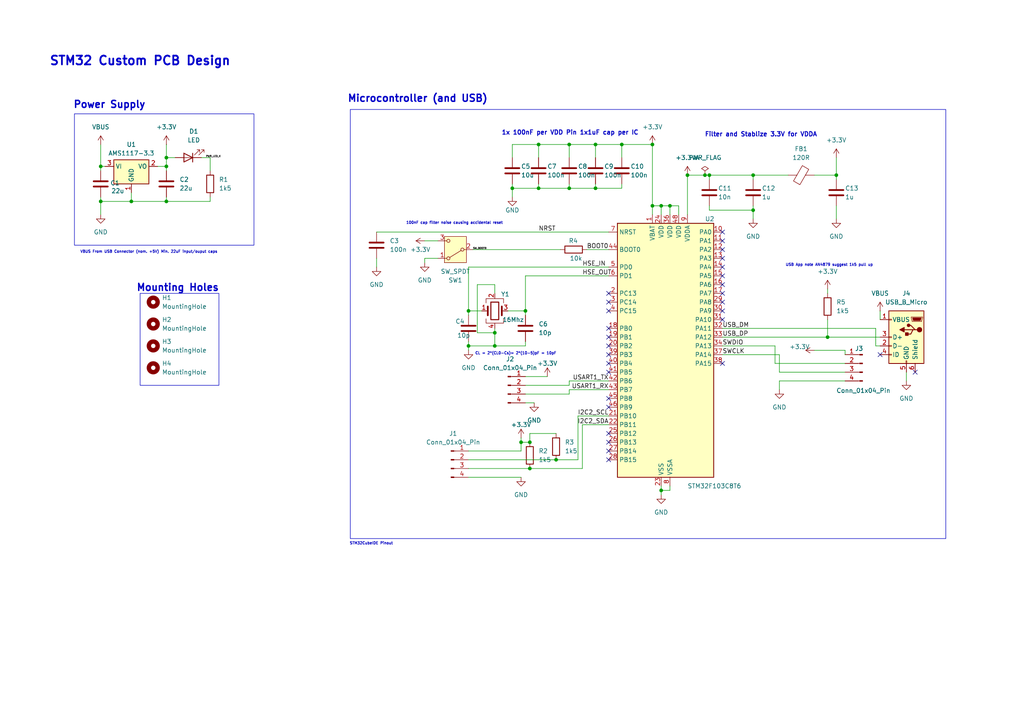
<source format=kicad_sch>
(kicad_sch (version 20231120) (generator "eeschema") (generator_version "8.0")
  (paper "A4")
  (title_block (title "STM32 Custom PCB Design") (date "2024-06-08") (rev "0.1") (company "Haoming's Lab"))
  (lib_symbols
    (symbol "+3.3V_1" (power) (pin_numbers hide) (pin_names (offset 0) hide)
      (property "Value" "+3.3V" (at 0 3.556 0))
      (symbol "+3.3V_1_0_1"
        (polyline (pts (xy -0.762 1.27) (xy 0 2.54)))
        (polyline (pts (xy 0 0) (xy 0 2.54)))
        (polyline (pts (xy 0 2.54) (xy 0.762 1.27)))
      )
      (symbol "+3.3V_1_1_1"
        (pin power_in line (at 0 0 90) (length 0) (name "~") (number "1"))
      )
    )
    (symbol "+3.3V_2" (power) (pin_numbers hide) (pin_names (offset 0) hide)
      (property "Value" "+3.3V" (at 0 3.556 0))
      (symbol "+3.3V_2_0_1"
        (polyline (pts (xy -0.762 1.27) (xy 0 2.54)))
        (polyline (pts (xy 0 0) (xy 0 2.54)))
        (polyline (pts (xy 0 2.54) (xy 0.762 1.27)))
      )
      (symbol "+3.3V_2_1_1"
        (pin power_in line (at 0 0 90) (length 0) (name "~") (number "1"))
      )
    )
    (symbol "Connector:Conn_01x04_Pin" (pin_names (offset 1.016) hide)
      (property "Reference" "J" (at 0 5.08 0))
      (property "Value" "Conn_01x04_Pin" (at 0 -7.62 0))
      (symbol "Conn_01x04_Pin_1_1"
        (polyline (pts (xy 1.27 -5.08) (xy 0.8636 -5.08)) (stroke (width 0.1524)))
        (polyline (pts (xy 1.27 -2.54) (xy 0.8636 -2.54)) (stroke (width 0.1524)))
        (polyline (pts (xy 1.27 0) (xy 0.8636 0)) (stroke (width 0.1524)))
        (polyline (pts (xy 1.27 2.54) (xy 0.8636 2.54)) (stroke (width 0.1524)))
        (rectangle (start 0.8636 -4.953) (end 0 -5.207) (stroke (width 0.1524)) (fill (type outline)))
        (rectangle (start 0.8636 -2.413) (end 0 -2.667) (stroke (width 0.1524)) (fill (type outline)))
        (rectangle (start 0.8636 0.127) (end 0 -0.127) (stroke (width 0.1524)) (fill (type outline)))
        (rectangle (start 0.8636 2.667) (end 0 2.413) (stroke (width 0.1524)) (fill (type outline)))
        (pin passive line (at 5.08 2.54 180) (length 3.81) (name "Pin_1") (number "1"))
        (pin passive line (at 5.08 0 180) (length 3.81) (name "Pin_2") (number "2"))
        (pin passive line (at 5.08 -2.54 180) (length 3.81) (name "Pin_3") (number "3"))
        (pin passive line (at 5.08 -5.08 180) (length 3.81) (name "Pin_4") (number "4"))
      )
    )
    (symbol "Connector:USB_B_Micro" (pin_names (offset 1.016))
      (property "Reference" "J" (at -5.08 11.43 0))
      (property "Value" "USB_B_Micro" (at -5.08 8.89 0))
      (symbol "USB_B_Micro_0_1"
        (rectangle (start -5.08 -7.62) (end 5.08 7.62) (stroke (width 0.254)) (fill (type background)))
        (circle (center -3.81 2.159) (radius 0.635) (stroke (width 0.254)) (fill (type outline)))
        (circle (center -0.635 3.429) (radius 0.381) (stroke (width 0.254)) (fill (type outline)))
        (rectangle (start -0.127 -7.62) (end 0.127 -6.858))
        (polyline (pts (xy -1.905 2.159) (xy 0.635 2.159)) (stroke (width 0.254)))
        (polyline (pts (xy -3.175 2.159) (xy -2.54 2.159) (xy -1.27 3.429) (xy -0.635 3.429)) (stroke (width 0.254)))
        (polyline (pts (xy -2.54 2.159) (xy -1.905 2.159) (xy -1.27 0.889) (xy 0 0.889)) (stroke (width 0.254)))
        (polyline (pts (xy 0.635 2.794) (xy 0.635 1.524) (xy 1.905 2.159) (xy 0.635 2.794)) (stroke (width 0.254)) (fill (type outline)))
        (polyline (pts (xy -4.318 5.588) (xy -1.778 5.588) (xy -2.032 4.826) (xy -4.064 4.826) (xy -4.318 5.588)) (fill (type outline)))
        (polyline (pts (xy -4.699 5.842) (xy -4.699 5.588) (xy -4.445 4.826) (xy -4.445 4.572) (xy -1.651 4.572) (xy -1.651 4.826) (xy -1.397 5.588) (xy -1.397 5.842) (xy -4.699 5.842)))
        (rectangle (start 0.254 1.27) (end -0.508 0.508) (stroke (width 0.254)) (fill (type outline)))
        (rectangle (start 5.08 -5.207) (end 4.318 -4.953))
        (rectangle (start 5.08 -2.667) (end 4.318 -2.413))
        (rectangle (start 5.08 -0.127) (end 4.318 0.127))
        (rectangle (start 5.08 4.953) (end 4.318 5.207))
      )
      (symbol "USB_B_Micro_1_1"
        (pin power_out line (at 7.62 5.08 180) (length 2.54) (name "VBUS") (number "1"))
        (pin bidirectional line (at 7.62 -2.54 180) (length 2.54) (name "D-") (number "2"))
        (pin bidirectional line (at 7.62 0 180) (length 2.54) (name "D+") (number "3"))
        (pin passive line (at 7.62 -5.08 180) (length 2.54) (name "ID") (number "4"))
        (pin power_out line (at 0 -10.16 90) (length 2.54) (name "GND") (number "5"))
        (pin passive line (at -2.54 -10.16 90) (length 2.54) (name "Shield") (number "6"))
      )
    )
    (symbol "Device:C" (pin_numbers hide) (pin_names (offset 0.254))
      (property "Reference" "C" (at 0.635 2.54 0))
      (property "Value" "C" (at 0.635 -2.54 0))
      (symbol "C_0_1"
        (polyline (pts (xy -2.032 -0.762) (xy 2.032 -0.762)) (stroke (width 0.508)))
        (polyline (pts (xy -2.032 0.762) (xy 2.032 0.762)) (stroke (width 0.508)))
      )
      (symbol "C_1_1"
        (pin passive line (at 0 3.81 270) (length 2.794) (name "~") (number "1"))
        (pin passive line (at 0 -3.81 90) (length 2.794) (name "~") (number "2"))
      )
    )
    (symbol "Device:Crystal_GND24" (pin_names (offset 1.016) hide)
      (property "Reference" "Y" (at 3.175 5.08 0))
      (property "Value" "Crystal_GND24" (at 3.175 3.175 0))
      (symbol "Crystal_GND24_0_1"
        (rectangle (start -1.143 2.54) (end 1.143 -2.54) (stroke (width 0.3048)))
        (polyline (pts (xy -2.54 0) (xy -2.032 0)))
        (polyline (pts (xy -2.032 -1.27) (xy -2.032 1.27)) (stroke (width 0.508)))
        (polyline (pts (xy 0 -3.81) (xy 0 -3.556)))
        (polyline (pts (xy 0 3.556) (xy 0 3.81)))
        (polyline (pts (xy 2.032 -1.27) (xy 2.032 1.27)) (stroke (width 0.508)))
        (polyline (pts (xy 2.032 0) (xy 2.54 0)))
        (polyline (pts (xy -2.54 -2.286) (xy -2.54 -3.556) (xy 2.54 -3.556) (xy 2.54 -2.286)))
        (polyline (pts (xy -2.54 2.286) (xy -2.54 3.556) (xy 2.54 3.556) (xy 2.54 2.286)))
      )
      (symbol "Crystal_GND24_1_1"
        (pin passive line (at -3.81 0 0) (length 1.27) (name "1") (number "1"))
        (pin passive line (at 0 5.08 270) (length 1.27) (name "2") (number "2"))
        (pin passive line (at 3.81 0 180) (length 1.27) (name "3") (number "3"))
        (pin passive line (at 0 -5.08 90) (length 1.27) (name "4") (number "4"))
      )
    )
    (symbol "Device:FerriteBead" (pin_numbers hide) (pin_names (offset 0))
      (property "Reference" "FB" (at -3.81 0.635 90))
      (property "Value" "FerriteBead" (at 3.81 0 90))
      (symbol "FerriteBead_0_1"
        (polyline (pts (xy 0 -1.27) (xy 0 -1.2192)))
        (polyline (pts (xy 0 1.27) (xy 0 1.2954)))
        (polyline (pts (xy -2.7686 0.4064) (xy -1.7018 2.2606) (xy 2.7686 -0.3048) (xy 1.6764 -2.159) (xy -2.7686 0.4064)))
      )
      (symbol "FerriteBead_1_1"
        (pin passive line (at 0 3.81 270) (length 2.54) (name "~") (number "1"))
        (pin passive line (at 0 -3.81 90) (length 2.54) (name "~") (number "2"))
      )
    )
    (symbol "Device:LED" (pin_numbers hide) (pin_names (offset 1.016) hide)
      (property "Reference" "D" (at 0 2.54 0))
      (property "Value" "LED" (at 0 -2.54 0))
      (symbol "LED_0_1"
        (polyline (pts (xy -1.27 -1.27) (xy -1.27 1.27)) (stroke (width 0.254)))
        (polyline (pts (xy -1.27 0) (xy 1.27 0)))
        (polyline (pts (xy 1.27 -1.27) (xy 1.27 1.27) (xy -1.27 0) (xy 1.27 -1.27)) (stroke (width 0.254)))
        (polyline (pts (xy -3.048 -0.762) (xy -4.572 -2.286) (xy -3.81 -2.286) (xy -4.572 -2.286) (xy -4.572 -1.524)))
        (polyline (pts (xy -1.778 -0.762) (xy -3.302 -2.286) (xy -2.54 -2.286) (xy -3.302 -2.286) (xy -3.302 -1.524)))
      )
      (symbol "LED_1_1"
        (pin passive line (at -3.81 0 0) (length 2.54) (name "K") (number "1"))
        (pin passive line (at 3.81 0 180) (length 2.54) (name "A") (number "2"))
      )
    )
    (symbol "Device:R" (pin_numbers hide) (pin_names (offset 0))
      (property "Reference" "R" (at 2.032 0 90))
      (property "Value" "R" (at 0 0 90))
      (symbol "R_0_1"
        (rectangle (start -1.016 -2.54) (end 1.016 2.54) (stroke (width 0.254)))
      )
      (symbol "R_1_1"
        (pin passive line (at 0 3.81 270) (length 1.27) (name "~") (number "1"))
        (pin passive line (at 0 -3.81 90) (length 1.27) (name "~") (number "2"))
      )
    )
    (symbol "MCU_ST_STM32F1:STM32F103C8Tx"
      (property "Reference" "U" (at -12.7 39.37 0))
      (property "Value" "STM32F103C8Tx" (at 10.16 39.37 0))
      (symbol "STM32F103C8Tx_0_1"
        (rectangle (start -12.7 -35.56) (end 15.24 38.1) (stroke (width 0.254)) (fill (type background)))
      )
      (symbol "STM32F103C8Tx_1_1"
        (pin power_in line (at -2.54 40.64 270) (length 2.54) (name "VBAT") (number "1"))
        (pin bidirectional line (at 17.78 35.56 180) (length 2.54) (name "PA0") (number "10"))
        (pin bidirectional line (at 17.78 33.02 180) (length 2.54) (name "PA1") (number "11"))
        (pin bidirectional line (at 17.78 30.48 180) (length 2.54) (name "PA2") (number "12"))
        (pin bidirectional line (at 17.78 27.94 180) (length 2.54) (name "PA3") (number "13"))
        (pin bidirectional line (at 17.78 25.4 180) (length 2.54) (name "PA4") (number "14"))
        (pin bidirectional line (at 17.78 22.86 180) (length 2.54) (name "PA5") (number "15"))
        (pin bidirectional line (at 17.78 20.32 180) (length 2.54) (name "PA6") (number "16"))
        (pin bidirectional line (at 17.78 17.78 180) (length 2.54) (name "PA7") (number "17"))
        (pin bidirectional line (at -15.24 7.62 0) (length 2.54) (name "PB0") (number "18"))
        (pin bidirectional line (at -15.24 5.08 0) (length 2.54) (name "PB1") (number "19"))
        (pin bidirectional line (at -15.24 17.78 0) (length 2.54) (name "PC13") (number "2"))
        (pin bidirectional line (at -15.24 2.54 0) (length 2.54) (name "PB2") (number "20"))
        (pin bidirectional line (at -15.24 -17.78 0) (length 2.54) (name "PB10") (number "21"))
        (pin bidirectional line (at -15.24 -20.32 0) (length 2.54) (name "PB11") (number "22"))
        (pin power_in line (at 0 -38.1 90) (length 2.54) (name "VSS") (number "23"))
        (pin power_in line (at 0 40.64 270) (length 2.54) (name "VDD") (number "24"))
        (pin bidirectional line (at -15.24 -22.86 0) (length 2.54) (name "PB12") (number "25"))
        (pin bidirectional line (at -15.24 -25.4 0) (length 2.54) (name "PB13") (number "26"))
        (pin bidirectional line (at -15.24 -27.94 0) (length 2.54) (name "PB14") (number "27"))
        (pin bidirectional line (at -15.24 -30.48 0) (length 2.54) (name "PB15") (number "28"))
        (pin bidirectional line (at 17.78 15.24 180) (length 2.54) (name "PA8") (number "29"))
        (pin bidirectional line (at -15.24 15.24 0) (length 2.54) (name "PC14") (number "3"))
        (pin bidirectional line (at 17.78 12.7 180) (length 2.54) (name "PA9") (number "30"))
        (pin bidirectional line (at 17.78 10.16 180) (length 2.54) (name "PA10") (number "31"))
        (pin bidirectional line (at 17.78 7.62 180) (length 2.54) (name "PA11") (number "32"))
        (pin bidirectional line (at 17.78 5.08 180) (length 2.54) (name "PA12") (number "33"))
        (pin bidirectional line (at 17.78 2.54 180) (length 2.54) (name "PA13") (number "34"))
        (pin passive line (at 0 -38.1 90) (length 2.54) hide (name "VSS") (number "35"))
        (pin power_in line (at 2.54 40.64 270) (length 2.54) (name "VDD") (number "36"))
        (pin bidirectional line (at 17.78 0 180) (length 2.54) (name "PA14") (number "37"))
        (pin bidirectional line (at 17.78 -2.54 180) (length 2.54) (name "PA15") (number "38"))
        (pin bidirectional line (at -15.24 0 0) (length 2.54) (name "PB3") (number "39"))
        (pin bidirectional line (at -15.24 12.7 0) (length 2.54) (name "PC15") (number "4"))
        (pin bidirectional line (at -15.24 -2.54 0) (length 2.54) (name "PB4") (number "40"))
        (pin bidirectional line (at -15.24 -5.08 0) (length 2.54) (name "PB5") (number "41"))
        (pin bidirectional line (at -15.24 -7.62 0) (length 2.54) (name "PB6") (number "42"))
        (pin bidirectional line (at -15.24 -10.16 0) (length 2.54) (name "PB7") (number "43"))
        (pin input line (at -15.24 30.48 0) (length 2.54) (name "BOOT0") (number "44"))
        (pin bidirectional line (at -15.24 -12.7 0) (length 2.54) (name "PB8") (number "45"))
        (pin bidirectional line (at -15.24 -15.24 0) (length 2.54) (name "PB9") (number "46"))
        (pin passive line (at 0 -38.1 90) (length 2.54) hide (name "VSS") (number "47"))
        (pin power_in line (at 5.08 40.64 270) (length 2.54) (name "VDD") (number "48"))
        (pin bidirectional line (at -15.24 25.4 0) (length 2.54) (name "PD0") (number "5"))
        (pin bidirectional line (at -15.24 22.86 0) (length 2.54) (name "PD1") (number "6"))
        (pin input line (at -15.24 35.56 0) (length 2.54) (name "NRST") (number "7"))
        (pin power_in line (at 2.54 -38.1 90) (length 2.54) (name "VSSA") (number "8"))
        (pin power_in line (at 7.62 40.64 270) (length 2.54) (name "VDDA") (number "9"))
      )
    )
    (symbol "Mechanical:MountingHole" (pin_names (offset 1.016)) (exclude_from_sim yes) (in_bom no)
      (property "Reference" "H" (at 0 5.08 0))
      (property "Value" "MountingHole" (at 0 3.175 0))
      (symbol "MountingHole_0_1"
        (circle (center 0 0) (radius 1.27) (stroke (width 1.27)))
      )
    )
    (symbol "Regulator_Linear:AMS1117-3.3"
      (property "Reference" "U" (at -3.81 3.175 0))
      (property "Value" "AMS1117-3.3" (at 0 3.175 0))
      (symbol "AMS1117-3.3_0_1"
        (rectangle (start -5.08 -5.08) (end 5.08 1.905) (stroke (width 0.254)) (fill (type background)))
      )
      (symbol "AMS1117-3.3_1_1"
        (pin power_in line (at 0 -7.62 90) (length 2.54) (name "GND") (number "1"))
        (pin power_out line (at 7.62 0 180) (length 2.54) (name "VO") (number "2"))
        (pin power_in line (at -7.62 0 0) (length 2.54) (name "VI") (number "3"))
      )
    )
    (symbol "Switch:SW_SPDT" (pin_names (offset 0) hide)
      (property "Reference" "SW" (at 0 5.08 0))
      (property "Value" "SW_SPDT" (at 0 -5.08 0))
      (symbol "SW_SPDT_0_1"
        (circle (center -2.032 0) (radius 0.4572))
        (polyline (pts (xy -1.651 0.254) (xy 1.651 2.286)))
        (circle (center 2.032 -2.54) (radius 0.4572))
        (circle (center 2.032 2.54) (radius 0.4572))
      )
      (symbol "SW_SPDT_1_1"
        (rectangle (start -3.175 3.81) (end 3.175 -3.81) (fill (type background)))
        (pin passive line (at 5.08 2.54 180) (length 2.54) (name "A") (number "1"))
        (pin passive line (at -5.08 0 0) (length 2.54) (name "B") (number "2"))
        (pin passive line (at 5.08 -2.54 180) (length 2.54) (name "C") (number "3"))
      )
    )
    (symbol "power:+3.3V" (power) (pin_names (offset 0))
      (property "Value" "+3.3V" (at 0 3.556 0))
      (symbol "+3.3V_0_1"
        (polyline (pts (xy -0.762 1.27) (xy 0 2.54)))
        (polyline (pts (xy 0 0) (xy 0 2.54)))
        (polyline (pts (xy 0 2.54) (xy 0.762 1.27)))
      )
      (symbol "+3.3V_1_1"
        (pin power_in line (at 0 0 90) (length 0) hide (name "+3.3V") (number "1"))
      )
    )
    (symbol "power:+3.3VA" (power) (pin_names (offset 0))
      (property "Value" "+3.3VA" (at 0 3.556 0))
      (symbol "+3.3VA_0_1"
        (polyline (pts (xy -0.762 1.27) (xy 0 2.54)))
        (polyline (pts (xy 0 0) (xy 0 2.54)))
        (polyline (pts (xy 0 2.54) (xy 0.762 1.27)))
      )
      (symbol "+3.3VA_1_1"
        (pin power_in line (at 0 0 90) (length 0) hide (name "+3.3VA") (number "1"))
      )
    )
    (symbol "power:GND" (power) (pin_names (offset 0))
      (property "Value" "GND" (at 0 -3.81 0))
      (symbol "GND_0_1"
        (polyline (pts (xy 0 0) (xy 0 -1.27) (xy 1.27 -1.27) (xy 0 -2.54) (xy -1.27 -1.27) (xy 0 -1.27)))
      )
      (symbol "GND_1_1"
        (pin power_in line (at 0 0 270) (length 0) hide (name "GND") (number "1"))
      )
    )
    (symbol "power:PWR_FLAG" (power) (pin_numbers hide) (pin_names (offset 0) hide)
      (property "Value" "PWR_FLAG" (at 0 3.81 0))
      (symbol "PWR_FLAG_0_0"
        (pin power_out line (at 0 0 90) (length 0) (name "~") (number "1"))
      )
      (symbol "PWR_FLAG_0_1"
        (polyline (pts (xy 0 0) (xy 0 1.27) (xy -1.016 1.905) (xy 0 2.54) (xy 1.016 1.905) (xy 0 1.27)))
      )
    )
    (symbol "power:VBUS" (power) (pin_numbers hide) (pin_names (offset 0) hide)
      (property "Value" "VBUS" (at 0 3.556 0))
      (symbol "VBUS_0_1"
        (polyline (pts (xy -0.762 1.27) (xy 0 2.54)))
        (polyline (pts (xy 0 0) (xy 0 2.54)))
        (polyline (pts (xy 0 2.54) (xy 0.762 1.27)))
      )
      (symbol "VBUS_1_1"
        (pin power_in line (at 0 0 90) (length 0) (name "~") (number "1"))
      )
    )
  )
  (junction (at 189.23 59.69))
  (junction (at 172.72 41.91))
  (junction (at 218.44 50.8))
  (junction (at 180.34 41.91))
  (junction (at 165.1 41.91))
  (junction (at 135.89 90.17))
  (junction (at 172.72 54.61))
  (junction (at 165.1 54.61))
  (junction (at 191.77 59.69))
  (junction (at 240.03 97.79))
  (junction (at 29.21 48.26))
  (junction (at 153.67 128.27))
  (junction (at 242.57 50.8))
  (junction (at 48.26 58.42))
  (junction (at 135.89 100.33))
  (junction (at 161.29 133.35))
  (junction (at 48.26 48.26))
  (junction (at 148.59 54.61))
  (junction (at 38.1 58.42))
  (junction (at 156.21 54.61))
  (junction (at 191.77 142.24))
  (junction (at 204.47 50.8))
  (junction (at 194.31 59.69))
  (junction (at 153.67 135.89))
  (junction (at 199.39 50.8))
  (junction (at 151.13 128.27))
  (junction (at 205.74 50.8))
  (junction (at 189.23 41.91))
  (junction (at 48.26 45.72))
  (junction (at 152.4 90.17))
  (junction (at 156.21 41.91))
  (junction (at 218.44 60.96))
  (junction (at 143.51 96.52))
  (junction (at 143.51 100.33))
  (junction (at 29.21 58.42))
  (no_connect (at 209.55 80.01))
  (no_connect (at 176.53 90.17))
  (no_connect (at 176.53 115.57))
  (no_connect (at 176.53 105.41))
  (no_connect (at 176.53 85.09))
  (no_connect (at 176.53 97.79))
  (no_connect (at 209.55 67.31))
  (no_connect (at 176.53 128.27))
  (no_connect (at 265.43 107.95))
  (no_connect (at 209.55 92.71))
  (no_connect (at 209.55 69.85))
  (no_connect (at 209.55 85.09))
  (no_connect (at 209.55 105.41))
  (no_connect (at 209.55 77.47))
  (no_connect (at 176.53 130.81))
  (no_connect (at 176.53 102.87))
  (no_connect (at 209.55 90.17))
  (no_connect (at 176.53 133.35))
  (no_connect (at 176.53 107.95))
  (no_connect (at 176.53 125.73))
  (no_connect (at 255.27 102.87))
  (no_connect (at 209.55 72.39))
  (no_connect (at 176.53 95.25))
  (no_connect (at 176.53 87.63))
  (no_connect (at 209.55 82.55))
  (no_connect (at 209.55 74.93))
  (no_connect (at 176.53 100.33))
  (no_connect (at 176.53 118.11))
  (no_connect (at 209.55 87.63))
  (wire (pts (xy 48.26 57.15) (xy 48.26 58.42)))
  (wire (pts (xy 191.77 59.69) (xy 191.77 62.23)))
  (wire (pts (xy 245.11 102.87) (xy 245.11 101.6)))
  (wire (pts (xy 137.16 72.39) (xy 162.56 72.39)))
  (wire (pts (xy 226.06 113.03) (xy 226.06 110.49)))
  (wire (pts (xy 226.06 107.95) (xy 245.11 107.95)))
  (wire (pts (xy 58.42 45.72) (xy 60.96 45.72)))
  (wire (pts (xy 196.85 59.69) (xy 196.85 62.23)))
  (wire (pts (xy 152.4 111.76) (xy 165.1 111.76)))
  (wire (pts (xy 172.72 53.34) (xy 172.72 54.61)))
  (wire (pts (xy 165.1 110.49) (xy 176.53 110.49)))
  (wire (pts (xy 152.4 116.84) (xy 154.94 116.84)))
  (wire (pts (xy 153.67 135.89) (xy 168.91 135.89)))
  (wire (pts (xy 205.74 60.96) (xy 218.44 60.96)))
  (wire (pts (xy 156.21 41.91) (xy 156.21 45.72)))
  (wire (pts (xy 152.4 114.3) (xy 165.1 114.3)))
  (wire (pts (xy 191.77 140.97) (xy 191.77 142.24)))
  (wire (pts (xy 29.21 41.91) (xy 29.21 48.26)))
  (wire (pts (xy 138.43 96.52) (xy 143.51 96.52)))
  (wire (pts (xy 148.59 41.91) (xy 156.21 41.91)))
  (wire (pts (xy 242.57 50.8) (xy 242.57 52.07)))
  (wire (pts (xy 60.96 45.72) (xy 60.96 49.53)))
  (wire (pts (xy 240.03 85.09) (xy 240.03 83.82)))
  (wire (pts (xy 148.59 54.61) (xy 148.59 57.15)))
  (wire (pts (xy 172.72 54.61) (xy 180.34 54.61)))
  (wire (pts (xy 242.57 59.69) (xy 242.57 63.5)))
  (wire (pts (xy 194.31 142.24) (xy 191.77 142.24)))
  (wire (pts (xy 29.21 58.42) (xy 38.1 58.42)))
  (wire (pts (xy 240.03 97.79) (xy 255.27 97.79)))
  (wire (pts (xy 147.32 90.17) (xy 152.4 90.17)))
  (wire (pts (xy 161.29 133.35) (xy 167.64 133.35)))
  (wire (pts (xy 172.72 41.91) (xy 180.34 41.91)))
  (wire (pts (xy 60.96 58.42) (xy 60.96 57.15)))
  (wire (pts (xy 135.89 90.17) (xy 135.89 91.44)))
  (wire (pts (xy 135.89 77.47) (xy 135.89 90.17)))
  (wire (pts (xy 165.1 113.03) (xy 176.53 113.03)))
  (wire (pts (xy 189.23 59.69) (xy 191.77 59.69)))
  (wire (pts (xy 152.4 91.44) (xy 152.4 90.17)))
  (wire (pts (xy 191.77 142.24) (xy 191.77 143.51)))
  (wire (pts (xy 191.77 59.69) (xy 194.31 59.69)))
  (wire (pts (xy 123.19 74.93) (xy 127 74.93)))
  (wire (pts (xy 135.89 101.6) (xy 135.89 100.33)))
  (wire (pts (xy 209.55 97.79) (xy 240.03 97.79)))
  (wire (pts (xy 38.1 58.42) (xy 48.26 58.42)))
  (wire (pts (xy 151.13 128.27) (xy 151.13 127)))
  (wire (pts (xy 153.67 125.73) (xy 161.29 125.73)))
  (wire (pts (xy 165.1 53.34) (xy 165.1 54.61)))
  (wire (pts (xy 143.51 82.55) (xy 138.43 82.55)))
  (wire (pts (xy 236.22 50.8) (xy 242.57 50.8)))
  (wire (pts (xy 29.21 48.26) (xy 29.21 49.53)))
  (wire (pts (xy 209.55 100.33) (xy 224.79 100.33)))
  (wire (pts (xy 148.59 53.34) (xy 148.59 54.61)))
  (wire (pts (xy 180.34 41.91) (xy 189.23 41.91)))
  (wire (pts (xy 165.1 113.03) (xy 165.1 114.3)))
  (wire (pts (xy 48.26 58.42) (xy 60.96 58.42)))
  (wire (pts (xy 165.1 41.91) (xy 165.1 45.72)))
  (wire (pts (xy 254 95.25) (xy 254 100.33)))
  (wire (pts (xy 48.26 45.72) (xy 50.8 45.72)))
  (wire (pts (xy 165.1 110.49) (xy 165.1 111.76)))
  (wire (pts (xy 148.59 45.72) (xy 148.59 41.91)))
  (wire (pts (xy 240.03 92.71) (xy 240.03 97.79)))
  (wire (pts (xy 209.55 95.25) (xy 254 95.25)))
  (wire (pts (xy 165.1 54.61) (xy 172.72 54.61)))
  (wire (pts (xy 138.43 82.55) (xy 138.43 96.52)))
  (wire (pts (xy 170.18 72.39) (xy 176.53 72.39)))
  (wire (pts (xy 135.89 135.89) (xy 153.67 135.89)))
  (wire (pts (xy 224.79 100.33) (xy 224.79 105.41)))
  (wire (pts (xy 135.89 133.35) (xy 161.29 133.35)))
  (wire (pts (xy 152.4 80.01) (xy 176.53 80.01)))
  (wire (pts (xy 189.23 62.23) (xy 189.23 59.69)))
  (wire (pts (xy 199.39 50.8) (xy 204.47 50.8)))
  (wire (pts (xy 135.89 138.43) (xy 151.13 138.43)))
  (wire (pts (xy 109.22 74.93) (xy 109.22 77.47)))
  (wire (pts (xy 38.1 58.42) (xy 38.1 55.88)))
  (wire (pts (xy 143.51 100.33) (xy 152.4 100.33)))
  (wire (pts (xy 218.44 50.8) (xy 218.44 52.07)))
  (wire (pts (xy 143.51 96.52) (xy 143.51 95.25)))
  (wire (pts (xy 167.64 120.65) (xy 176.53 120.65)))
  (wire (pts (xy 153.67 125.73) (xy 153.67 128.27)))
  (wire (pts (xy 135.89 77.47) (xy 176.53 77.47)))
  (wire (pts (xy 172.72 41.91) (xy 172.72 45.72)))
  (wire (pts (xy 205.74 59.69) (xy 205.74 60.96)))
  (wire (pts (xy 204.47 50.8) (xy 205.74 50.8)))
  (wire (pts (xy 123.19 69.85) (xy 127 69.85)))
  (wire (pts (xy 255.27 90.17) (xy 255.27 92.71)))
  (wire (pts (xy 135.89 100.33) (xy 143.51 100.33)))
  (wire (pts (xy 165.1 41.91) (xy 172.72 41.91)))
  (wire (pts (xy 48.26 48.26) (xy 45.72 48.26)))
  (wire (pts (xy 194.31 59.69) (xy 194.31 62.23)))
  (wire (pts (xy 135.89 100.33) (xy 135.89 99.06)))
  (wire (pts (xy 168.91 123.19) (xy 176.53 123.19)))
  (wire (pts (xy 123.19 76.2) (xy 123.19 74.93)))
  (wire (pts (xy 226.06 102.87) (xy 226.06 107.95)))
  (wire (pts (xy 209.55 102.87) (xy 226.06 102.87)))
  (wire (pts (xy 189.23 41.91) (xy 189.23 59.69)))
  (wire (pts (xy 151.13 130.81) (xy 151.13 128.27)))
  (wire (pts (xy 156.21 54.61) (xy 165.1 54.61)))
  (wire (pts (xy 180.34 54.61) (xy 180.34 53.34)))
  (wire (pts (xy 48.26 41.91) (xy 48.26 45.72)))
  (wire (pts (xy 262.89 107.95) (xy 262.89 110.49)))
  (wire (pts (xy 194.31 59.69) (xy 196.85 59.69)))
  (wire (pts (xy 29.21 57.15) (xy 29.21 58.42)))
  (wire (pts (xy 205.74 50.8) (xy 205.74 52.07)))
  (wire (pts (xy 148.59 54.61) (xy 156.21 54.61)))
  (wire (pts (xy 218.44 50.8) (xy 228.6 50.8)))
  (wire (pts (xy 194.31 140.97) (xy 194.31 142.24)))
  (wire (pts (xy 109.22 67.31) (xy 176.53 67.31)))
  (wire (pts (xy 143.51 96.52) (xy 143.51 100.33)))
  (wire (pts (xy 143.51 85.09) (xy 143.51 82.55)))
  (wire (pts (xy 168.91 135.89) (xy 168.91 123.19)))
  (wire (pts (xy 151.13 128.27) (xy 153.67 128.27)))
  (wire (pts (xy 152.4 109.22) (xy 158.75 109.22)))
  (wire (pts (xy 224.79 105.41) (xy 245.11 105.41)))
  (wire (pts (xy 29.21 48.26) (xy 30.48 48.26)))
  (wire (pts (xy 152.4 90.17) (xy 152.4 80.01)))
  (wire (pts (xy 254 100.33) (xy 255.27 100.33)))
  (wire (pts (xy 199.39 50.8) (xy 199.39 62.23)))
  (wire (pts (xy 167.64 133.35) (xy 167.64 120.65)))
  (wire (pts (xy 29.21 58.42) (xy 29.21 62.23)))
  (wire (pts (xy 48.26 45.72) (xy 48.26 48.26)))
  (wire (pts (xy 156.21 41.91) (xy 165.1 41.91)))
  (wire (pts (xy 156.21 54.61) (xy 156.21 53.34)))
  (wire (pts (xy 180.34 41.91) (xy 180.34 45.72)))
  (wire (pts (xy 218.44 59.69) (xy 218.44 60.96)))
  (wire (pts (xy 48.26 48.26) (xy 48.26 49.53)))
  (wire (pts (xy 242.57 45.72) (xy 242.57 50.8)))
  (wire (pts (xy 218.44 60.96) (xy 218.44 63.5)))
  (wire (pts (xy 151.13 130.81) (xy 135.89 130.81)))
  (wire (pts (xy 245.11 101.6) (xy 236.22 101.6)))
  (wire (pts (xy 226.06 110.49) (xy 245.11 110.49)))
  (wire (pts (xy 205.74 50.8) (xy 218.44 50.8)))
  (wire (pts (xy 135.89 90.17) (xy 139.7 90.17)))
  (wire (pts (xy 152.4 99.06) (xy 152.4 100.33)))
  (rectangle (start 21.59 33.02) (end 73.66 71.12))
  (rectangle (start 40.64 85.09) (end 63.5 111.76))
  (rectangle (start 101.6 31.75) (end 274.32 156.21))
  (text "Mounting Holes\n" (at 51.562 83.566 0) (effects (font (size 2.032 2.032) (thickness 0.4064) (bold yes))))
  (text "Power Supply" (at 31.75 30.48 0) (effects (font (size 2.032 2.032) (thickness 0.4064) (bold yes))))
  (text "Filter and Stablize 3.3V for VDDA" (at 220.726 39.116 0) (effects (font (size 1.27 1.27) (bold yes))))
  (text "USB App note AN4879 suggest 1k5 pull up\n" (at 240.538 76.962 0) (effects (font (size 0.762 0.762) (bold yes))))
  (text "100nF cap filter noise causing accidental reset\n" (at 131.826 64.77 0) (effects (font (size 0.762 0.762) (bold yes))))
  (text "STM32CubeIDE Pinout\n" (at 107.696 157.734 0) (effects (font (size 0.762 0.762) (bold yes))))
  (text "CL = 2*(CL0-Cs)= 2*(10-5)pF = 10pF" (at 149.606 102.616 0) (effects (font (size 0.762 0.762) (bold yes))))
  (text "STM32 Custom PCB Design" (at 40.64 17.78 0) (effects (font (size 2.54 2.54) (bold yes))))
  (text "VBUS From USB Connector (nom. +5V) Min. 22uF input/ouput caps" (at 43.18 73.152 0) (effects (font (size 0.762 0.762) (bold yes))))
  (text "1x 100nF per VDD Pin 1x1uF cap per IC\n" (at 165.354 38.608 0) (effects (font (size 1.27 1.27) (bold yes))))
  (text "Microcontroller (and USB)\n" (at 121.158 28.702 0) (effects (font (size 2.032 2.032) (thickness 0.4064) (bold yes))))
  (label "USART1_RX" (at 176.53 113.03 180))
  (label "SWCLK" (at 209.55 102.87 0))
  (label "I2C2_SDA" (at 176.53 123.19 180))
  (label "USART1_TX" (at 176.53 110.49 180))
  (label "BOOT0" (at 170.18 72.39 0))
  (label "USB_DP" (at 209.55 97.79 0))
  (label "HSE_IN" (at 168.91 77.47 0))
  (label "USB_DM" (at 209.55 95.25 0))
  (label "PWR_LED_K" (at 59.69 45.72 0) (effects (font (size 0.508 0.508))))
  (label "SW_BOOT0" (at 137.16 72.39 0) (effects (font (size 0.5 0.5))))
  (label "I2C2_SCL" (at 176.53 120.65 180))
  (label "NRST" (at 156.21 67.31 0))
  (label "HSE_OUT" (at 168.91 80.01 0))
  (label "SWDIO" (at 209.55 100.33 0))
  (symbol (lib_id "power:GND") (at 109.22 77.47 0) (unit 1)
    (property "Reference" "#PWR04" (effects (hide yes)))
    (property "Value" "GND" (at 109.22 82.55 0))
  )
  (symbol (lib_id "Switch:SW_SPDT") (at 132.08 72.39 180) (unit 1)
    (property "Reference" "SW1" (at 132.08 81.28 0))
    (property "Value" "SW_SPDT" (at 132.08 78.74 0))
    (property "Footprint" "Button_Switch_SMD:SW_SPDT_PCM12" (effects (hide yes)))
  )
  (symbol (lib_id "power:GND") (at 29.21 62.23 0) (unit 1)
    (property "Reference" "#PWR02" (effects (hide yes)))
    (property "Value" "GND" (at 29.21 67.31 0))
  )
  (symbol (lib_id "power:GND") (at 262.89 110.49 0) (unit 1)
    (property "Reference" "#PWR023" (effects (hide yes)))
    (property "Value" "GND" (at 262.89 115.57 0))
  )
  (symbol (lib_id "Device:R") (at 240.03 88.9 0) (unit 1)
    (property "Reference" "R5" (at 242.57 87.6299 0) (effects (justify left)))
    (property "Value" "1k5" (at 242.57 90.1699 0) (effects (justify left)))
    (property "Footprint" "Resistor_SMD:R_0402_1005Metric" (effects (hide yes)))
    (property "Description" "Resistor" (effects (hide yes)))
  )
  (symbol (lib_id "Mechanical:MountingHole") (at 44.45 100.33 0) (unit 1) (exclude_from_sim yes) (in_bom no)
    (property "Reference" "H3" (at 46.99 99.0599 0) (effects (justify left)))
    (property "Value" "MountingHole" (at 46.99 101.5999 0) (effects (justify left)))
    (property "Footprint" "MountingHole:MountingHole_2.2mm_M2" (effects (hide yes)))
    (property "Description" "Mounting Hole without connection" (effects (hide yes)))
  )
  (symbol (lib_id "power:+3.3V") (at 189.23 41.91 0) (unit 1)
    (property "Reference" "#PWR013" (effects (hide yes)))
    (property "Value" "+3.3V" (at 189.23 36.83 0))
  )
  (symbol (lib_id "Device:C") (at 156.21 49.53 0) (unit 1)
    (property "Reference" "C7" (at 158.75 48.26 0) (effects (justify left)))
    (property "Value" "100n" (at 158.75 50.8 0) (effects (justify left)))
    (property "Footprint" "Capacitor_SMD:C_0402_1005Metric" (effects (hide yes)))
  )
  (symbol (lib_id "Device:Crystal_GND24") (at 143.51 90.17 0) (unit 1)
    (property "Reference" "Y1" (at 146.558 85.344 0))
    (property "Value" "16Mhz" (at 148.844 92.71 0))
    (property "Footprint" "Crystal:Crystal_SMD_3225-4Pin_3.2x2.5mm" (effects (hide yes)))
    (property "Description" "Four pin crystal, GND on pins 2 and 4" (effects (hide yes)))
  )
  (symbol (lib_id "Device:C") (at 242.57 55.88 0) (unit 1)
    (property "Reference" "C13" (at 245.11 54.61 0) (effects (justify left)))
    (property "Value" "1u" (at 245.11 57.15 0) (effects (justify left)))
    (property "Footprint" "Capacitor_SMD:C_0402_1005Metric" (effects (hide yes)))
  )
  (symbol (lib_name "+3.3V_2") (lib_id "power:+3.3V") (at 48.26 41.91 0) (unit 1)
    (property "Reference" "#PWR03" (effects (hide yes)))
    (property "Value" "+3.3V" (at 48.26 36.83 0))
    (property "Description" "Power symbol creates a global label with name \"+3.3V\"" (effects (hide yes)))
  )
  (symbol (lib_id "Device:C") (at 218.44 55.88 0) (unit 1)
    (property "Reference" "C12" (at 220.98 54.61 0) (effects (justify left)))
    (property "Value" "1u" (at 220.98 57.15 0) (effects (justify left)))
    (property "Footprint" "Capacitor_SMD:C_0402_1005Metric" (effects (hide yes)))
  )
  (symbol (lib_id "power:VBUS") (at 255.27 90.17 0) (unit 1)
    (property "Reference" "#PWR022" (effects (hide yes)))
    (property "Value" "VBUS" (at 255.27 85.09 0))
    (property "Description" "Power symbol creates a global label with name \"VBUS\"" (effects (hide yes)))
  )
  (symbol (lib_id "Device:LED") (at 54.61 45.72 180) (unit 1)
    (property "Reference" "D1" (at 56.1975 38.1 0))
    (property "Value" "LED" (at 56.1975 40.64 0))
    (property "Footprint" "LED_SMD:LED_0603_1608Metric" (effects (hide yes)))
    (property "Description" "Light emitting diode" (effects (hide yes)))
  )
  (symbol (lib_id "power:PWR_FLAG") (at 204.47 50.8 0) (unit 1)
    (property "Reference" "#FLG01" (effects (hide yes)))
    (property "Value" "PWR_FLAG" (at 204.47 45.72 0))
    (property "Description" "Special symbol for telling ERC where power comes from" (effects (hide yes)))
  )
  (symbol (lib_id "Mechanical:MountingHole") (at 44.45 93.98 0) (unit 1) (exclude_from_sim yes) (in_bom no)
    (property "Reference" "H2" (at 46.99 92.7099 0) (effects (justify left)))
    (property "Value" "MountingHole" (at 46.99 95.2499 0) (effects (justify left)))
    (property "Footprint" "MountingHole:MountingHole_2.2mm_M2" (effects (hide yes)))
    (property "Description" "Mounting Hole without connection" (effects (hide yes)))
  )
  (symbol (lib_id "Device:C") (at 135.89 95.25 0) (unit 1)
    (property "Reference" "C4" (at 132.08 93.218 0) (effects (justify left)))
    (property "Value" "10p" (at 132.588 97.282 0) (effects (justify left)))
    (property "Footprint" "Capacitor_SMD:C_0402_1005Metric" (effects (hide yes)))
    (property "Description" "Unpolarized capacitor" (effects (hide yes)))
  )
  (symbol (lib_id "Mechanical:MountingHole") (at 44.45 87.63 0) (unit 1) (exclude_from_sim yes) (in_bom no)
    (property "Reference" "H1" (at 46.99 86.3599 0) (effects (justify left)))
    (property "Value" "MountingHole" (at 46.99 88.8999 0) (effects (justify left)))
    (property "Footprint" "MountingHole:MountingHole_2.2mm_M2" (effects (hide yes)))
    (property "Description" "Mounting Hole without connection" (effects (hide yes)))
  )
  (symbol (lib_id "Device:C") (at 180.34 49.53 0) (unit 1)
    (property "Reference" "C10" (at 182.88 48.26 0) (effects (justify left)))
    (property "Value" "100n" (at 182.88 50.8 0) (effects (justify left)))
    (property "Footprint" "Capacitor_SMD:C_0402_1005Metric" (effects (hide yes)))
  )
  (symbol (lib_id "power:GND") (at 191.77 143.51 0) (unit 1)
    (property "Reference" "#PWR014" (effects (hide yes)))
    (property "Value" "GND" (at 191.77 148.59 0))
  )
  (symbol (lib_id "Device:C") (at 48.26 53.34 0) (unit 1)
    (property "Reference" "C2" (at 52.07 52.0699 0) (effects (justify left)))
    (property "Value" "22u" (at 52.07 54.6099 0) (effects (justify left)))
    (property "Footprint" "Capacitor_SMD:C_0805_2012Metric" (effects (hide yes)))
    (property "Description" "Unpolarized capacitor" (effects (hide yes)))
  )
  (symbol (lib_id "Device:C") (at 165.1 49.53 0) (unit 1)
    (property "Reference" "C8" (at 167.64 48.26 0) (effects (justify left)))
    (property "Value" "100n" (at 167.64 50.8 0) (effects (justify left)))
    (property "Footprint" "Capacitor_SMD:C_0402_1005Metric" (effects (hide yes)))
  )
  (symbol (lib_id "power:VBUS") (at 29.21 41.91 0) (unit 1)
    (property "Reference" "#PWR01" (effects (hide yes)))
    (property "Value" "VBUS" (at 29.21 36.83 0))
    (property "Description" "Power symbol creates a global label with name \"VBUS\"" (effects (hide yes)))
  )
  (symbol (lib_id "Device:R") (at 60.96 53.34 0) (unit 1)
    (property "Reference" "R1" (at 63.5 52.0699 0) (effects (justify left)))
    (property "Value" "1k5" (at 63.5 54.6099 0) (effects (justify left)))
    (property "Footprint" "Resistor_SMD:R_0402_1005Metric" (effects (hide yes)))
    (property "Description" "Resistor" (effects (hide yes)))
  )
  (symbol (lib_id "power:GND") (at 242.57 63.5 0) (unit 1)
    (property "Reference" "#PWR021" (effects (hide yes)))
    (property "Value" "GND" (at 242.57 68.58 0))
  )
  (symbol (lib_id "Device:R") (at 153.67 132.08 0) (unit 1)
    (property "Reference" "R2" (at 156.21 130.8099 0) (effects (justify left)))
    (property "Value" "1k5" (at 156.21 133.3499 0) (effects (justify left)))
    (property "Footprint" "Resistor_SMD:R_0402_1005Metric" (effects (hide yes)))
    (property "Description" "Resistor" (effects (hide yes)))
  )
  (symbol (lib_id "power:+3.3VA") (at 199.39 50.8 0) (unit 1)
    (property "Reference" "#PWR015" (effects (hide yes)))
    (property "Value" "+3.3VA" (at 199.39 45.72 0))
  )
  (symbol (lib_id "power:GND") (at 148.59 57.15 0) (unit 1)
    (property "Reference" "#PWR08" (effects (hide yes)))
    (property "Value" "GND" (at 148.59 60.96 0))
  )
  (symbol (lib_id "power:GND") (at 151.13 138.43 0) (unit 1)
    (property "Reference" "#PWR010" (effects (hide yes)))
    (property "Value" "GND" (at 151.13 143.51 0))
  )
  (symbol (lib_id "Connector:Conn_01x04_Pin") (at 147.32 111.76 0) (unit 1)
    (property "Reference" "J2" (at 147.955 104.14 0))
    (property "Value" "Conn_01x04_Pin" (at 147.955 106.68 0))
    (property "Footprint" "Connector_PinHeader_2.54mm:PinHeader_1x04_P2.54mm_Vertical" (effects (hide yes)))
    (property "Description" "Generic connector, single row, 01x04, script generated" (effects (hide yes)))
  )
  (symbol (lib_id "power:+3.3V") (at 242.57 45.72 0) (unit 1)
    (property "Reference" "#PWR020" (effects (hide yes)))
    (property "Value" "+3.3V" (at 242.57 40.64 0))
  )
  (symbol (lib_id "Device:C") (at 152.4 95.25 0) (unit 1)
    (property "Reference" "C6" (at 156.21 93.9799 0) (effects (justify left)))
    (property "Value" "10p" (at 156.21 96.5199 0) (effects (justify left)))
    (property "Footprint" "Capacitor_SMD:C_0402_1005Metric" (effects (hide yes)))
    (property "Description" "Unpolarized capacitor" (effects (hide yes)))
  )
  (symbol (lib_id "power:GND") (at 218.44 63.5 0) (unit 1)
    (property "Reference" "#PWR016" (effects (hide yes)))
    (property "Value" "GND" (at 218.44 68.58 0))
  )
  (symbol (lib_id "power:+3.3V") (at 151.13 127 0) (unit 1)
    (property "Reference" "#PWR09" (effects (hide yes)))
    (property "Value" "+3.3V" (at 151.13 123.19 0))
  )
  (symbol (lib_id "power:+3.3V") (at 123.19 69.85 90) (unit 1)
    (property "Reference" "#PWR05" (effects (hide yes)))
    (property "Value" "+3.3V" (at 121.92 72.39 90))
  )
  (symbol (lib_id "Device:C") (at 172.72 49.53 0) (unit 1)
    (property "Reference" "C9" (at 175.26 48.26 0) (effects (justify left)))
    (property "Value" "100n" (at 175.26 50.8 0) (effects (justify left)))
    (property "Footprint" "Capacitor_SMD:C_0402_1005Metric" (effects (hide yes)))
  )
  (symbol (lib_id "power:+3.3V") (at 240.03 83.82 0) (unit 1)
    (property "Reference" "#PWR019" (effects (hide yes)))
    (property "Value" "+3.3V" (at 240.03 78.74 0))
  )
  (symbol (lib_id "Connector:Conn_01x04_Pin") (at 250.19 105.41 0) (mirror y) (unit 1)
    (property "Reference" "J3" (at 249.174 101.092 0))
    (property "Value" "Conn_01x04_Pin" (at 250.444 113.284 0))
    (property "Footprint" "Connector_PinHeader_2.54mm:PinHeader_1x04_P2.54mm_Vertical" (effects (hide yes)))
    (property "Description" "Generic connector, single row, 01x04, script generated" (effects (hide yes)))
  )
  (symbol (lib_id "Device:C") (at 109.22 71.12 0) (unit 1)
    (property "Reference" "C3" (at 113.03 69.85 0) (effects (justify left)))
    (property "Value" "100n" (at 113.03 72.39 0) (effects (justify left)))
    (property "Footprint" "Capacitor_SMD:C_0402_1005Metric" (effects (hide yes)))
  )
  (symbol (lib_id "Connector:Conn_01x04_Pin") (at 130.81 133.35 0) (unit 1)
    (property "Reference" "J1" (at 131.445 125.73 0))
    (property "Value" "Conn_01x04_Pin" (at 131.445 128.27 0))
    (property "Footprint" "Connector_PinHeader_2.54mm:PinHeader_1x04_P2.54mm_Vertical" (effects (hide yes)))
    (property "Description" "Generic connector, single row, 01x04, script generated" (effects (hide yes)))
  )
  (symbol (lib_id "MCU_ST_STM32F1:STM32F103C8Tx") (at 191.77 102.87 0) (unit 1)
    (property "Reference" "U2" (at 204.47 63.5 0) (effects (justify left)))
    (property "Value" "STM32F103C8T6" (at 199.39 140.97 0) (effects (justify left)))
    (property "Footprint" "Package_QFP:LQFP-48_7x7mm_P0.5mm" (effects (hide yes)))
    (property "Datasheet" "https://www.st.com/resource/en/datasheet/stm32f103c8.pdf" (effects (hide yes)))
  )
  (symbol (lib_id "Mechanical:MountingHole") (at 44.45 106.68 0) (unit 1) (exclude_from_sim yes) (in_bom no)
    (property "Reference" "H4" (at 46.99 105.4099 0) (effects (justify left)))
    (property "Value" "MountingHole" (at 46.99 107.9499 0) (effects (justify left)))
    (property "Footprint" "MountingHole:MountingHole_2.2mm_M2" (effects (hide yes)))
    (property "Description" "Mounting Hole without connection" (effects (hide yes)))
  )
  (symbol (lib_name "+3.3V_1") (lib_id "power:+3.3V") (at 236.22 101.6 90) (unit 1)
    (property "Reference" "#PWR018" (effects (hide yes)))
    (property "Value" "+3.3V" (at 231.902 100.584 90))
    (property "Description" "Power symbol creates a global label with name \"+3.3V\"" (effects (hide yes)))
  )
  (symbol (lib_id "Device:FerriteBead") (at 232.41 50.8 90) (unit 1)
    (property "Reference" "FB1" (at 232.3592 43.18 90))
    (property "Value" "120R" (at 232.3592 45.72 90))
    (property "Footprint" "Inductor_SMD:L_0603_1608Metric" (effects (hide yes)))
  )
  (symbol (lib_id "power:GND") (at 123.19 76.2 0) (unit 1)
    (property "Reference" "#PWR06" (effects (hide yes)))
    (property "Value" "GND" (at 123.19 81.28 0))
  )
  (symbol (lib_id "Connector:USB_B_Micro") (at 262.89 97.79 0) (mirror y) (unit 1)
    (property "Reference" "J4" (at 262.89 85.09 0))
    (property "Value" "USB_B_Micro" (at 262.89 87.63 0))
    (property "Footprint" "Connector_USB:USB_Micro-B_Wuerth_629105150521" (effects (hide yes)))
    (property "Description" "USB Micro Type B connector" (effects (hide yes)))
  )
  (symbol (lib_id "Device:C") (at 205.74 55.88 0) (unit 1)
    (property "Reference" "C11" (at 208.28 54.61 0) (effects (justify left)))
    (property "Value" "10n" (at 208.28 57.15 0) (effects (justify left)))
    (property "Footprint" "Capacitor_SMD:C_0402_1005Metric" (effects (hide yes)))
  )
  (symbol (lib_id "Device:C") (at 29.21 53.34 0) (unit 1)
    (property "Reference" "C1" (at 32.004 53.086 0) (effects (justify left)))
    (property "Value" "22u" (at 32.258 55.372 0) (effects (justify left)))
    (property "Footprint" "Capacitor_SMD:C_0805_2012Metric" (effects (hide yes)))
    (property "Description" "Unpolarized capacitor" (effects (hide yes)))
  )
  (symbol (lib_id "Device:R") (at 166.37 72.39 90) (unit 1)
    (property "Reference" "R4" (at 167.64 69.85 90) (effects (justify left)))
    (property "Value" "10k" (at 168.91 74.93 90) (effects (justify left)))
    (property "Footprint" "Resistor_SMD:R_0402_1005Metric" (effects (hide yes)))
  )
  (symbol (lib_id "power:GND") (at 135.89 101.6 0) (unit 1)
    (property "Reference" "#PWR07" (effects (hide yes)))
    (property "Value" "GND" (at 135.89 106.68 0))
  )
  (symbol (lib_id "power:GND") (at 226.06 113.03 0) (unit 1)
    (property "Reference" "#PWR017" (effects (hide yes)))
    (property "Value" "GND" (at 226.06 118.11 0))
  )
  (symbol (lib_id "Regulator_Linear:AMS1117-3.3") (at 38.1 48.26 0) (unit 1)
    (property "Reference" "U1" (at 38.1 41.91 0))
    (property "Value" "AMS1117-3.3" (at 38.1 44.45 0))
    (property "Footprint" "Package_TO_SOT_SMD:SOT-223-3_TabPin2" (effects (hide yes)))
    (property "Datasheet" "http://www.advanced-monolithic.com/pdf/ds1117.pdf" (effects (hide yes)))
    (property "Description" "1A Low Dropout regulator, positive, 3.3V fixed output, SOT-223" (effects (hide yes)))
  )
  (symbol (lib_id "Device:R") (at 161.29 129.54 0) (unit 1)
    (property "Reference" "R3" (at 163.83 128.2699 0) (effects (justify left)))
    (property "Value" "1k5" (at 163.83 130.8099 0) (effects (justify left)))
    (property "Footprint" "Resistor_SMD:R_0402_1005Metric" (effects (hide yes)))
    (property "Description" "Resistor" (effects (hide yes)))
  )
  (symbol (lib_id "power:GND") (at 154.94 116.84 0) (unit 1)
    (property "Reference" "#PWR011" (effects (hide yes)))
    (property "Value" "GND" (at 154.94 121.92 0))
  )
  (symbol (lib_id "Device:C") (at 148.59 49.53 0) (unit 1)
    (property "Reference" "C5" (at 151.13 48.26 0) (effects (justify left)))
    (property "Value" "10u" (at 151.13 50.8 0) (effects (justify left)))
    (property "Footprint" "Capacitor_SMD:C_0603_1608Metric" (effects (hide yes)))
  )
  (symbol (lib_id "power:+3.3V") (at 158.75 109.22 0) (unit 1)
    (property "Reference" "#PWR012" (effects (hide yes)))
    (property "Value" "+3.3V" (at 158.75 105.41 0))
  )
)
</source>
